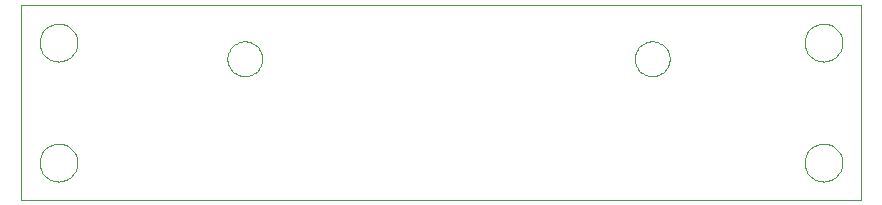
<source format=gm1>
G04 Output by ViewMate Deluxe V11.0.9  PentaLogix LLC*
G04 Sun Jun 01 12:21:21 2014*
%FSLAX33Y33*%
%MOMM*%
%IPPOS*%
%ADD104C,0.0*%

%LPD*%
X0Y0D2*D104*G1X66599Y3429D2*X66604Y3302D1*X66619Y3175*X66645Y3051*X66680Y2929*X66723Y2809*X66777Y2695*X66840Y2583*X66911Y2479*X66992Y2380*X67079Y2286*X67173Y2200*X67274Y2123*X67381Y2055*X67493Y1994*X67610Y1941*X67729Y1900*X67851Y1867*X67978Y1844*X68102Y1831*X68232Y1829*X68359Y1836*X68483Y1854*X68608Y1882*X68730Y1920*X68847Y1966*X68961Y2022*X69070Y2088*X69174Y2162*X69273Y2243*X69365Y2332*X69446Y2428*X69522Y2530*X69591Y2639*X69649Y2751*X69698Y2868*X69738Y2990*X69769Y3114*X69789Y3238*X69799Y3366*X69799Y3492*X69789Y3620*X69769Y3744*X69738Y3868*X69698Y3990*X69649Y4107*X69591Y4219*X69522Y4328*X69446Y4430*X69365Y4526*X69273Y4615*X69174Y4696*X69070Y4770*X68961Y4836*X68847Y4892*X68730Y4938*X68608Y4976*X68483Y5004*X68359Y5022*X68232Y5029*X68102Y5027*X67978Y5014*X67851Y4991*X67729Y4958*X67610Y4917*X67493Y4864*X67381Y4803*X67274Y4735*X67173Y4658*X67079Y4572*X66992Y4478*X66911Y4379*X66840Y4275*X66777Y4163*X66723Y4049*X66680Y3929*X66645Y3807*X66619Y3683*X66604Y3556*X66599Y3429*X66599Y13589D2*X66604Y13462D1*X66619Y13335*X66645Y13211*X66680Y13089*X66723Y12969*X66777Y12855*X66840Y12743*X66911Y12639*X66992Y12540*X67079Y12446*X67173Y12360*X67274Y12283*X67381Y12215*X67493Y12154*X67610Y12101*X67729Y12060*X67851Y12027*X67978Y12004*X68102Y11991*X68232Y11989*X68359Y11996*X68483Y12014*X68608Y12042*X68730Y12080*X68847Y12126*X68961Y12182*X69070Y12248*X69174Y12322*X69273Y12403*X69365Y12492*X69446Y12588*X69522Y12690*X69591Y12799*X69649Y12911*X69698Y13028*X69738Y13150*X69769Y13274*X69789Y13398*X69799Y13526*X69799Y13652*X69789Y13780*X69769Y13904*X69738Y14028*X69698Y14150*X69649Y14267*X69591Y14379*X69522Y14488*X69446Y14590*X69365Y14686*X69273Y14775*X69174Y14856*X69070Y14930*X68961Y14996*X68847Y15052*X68730Y15098*X68608Y15136*X68483Y15164*X68359Y15182*X68232Y15189*X68102Y15187*X67978Y15174*X67851Y15151*X67729Y15118*X67610Y15077*X67493Y15024*X67381Y14963*X67274Y14895*X67173Y14818*X67079Y14732*X66992Y14638*X66911Y14539*X66840Y14435*X66777Y14323*X66723Y14209*X66680Y14089*X66645Y13967*X66619Y13843*X66604Y13716*X66599Y13589*X52222Y12217D2*X52227Y12095D1*X52243Y11976*X52268Y11857*X52301Y11740*X52347Y11626*X52400Y11516*X52461Y11412*X52532Y11313*X52611Y11219*X52697Y11133*X52791Y11054*X52890Y10983*X52995Y10922*X53104Y10869*X53218Y10823*X53335Y10790*X53454Y10765*X53574Y10749*X53696Y10744*X53818Y10749*X53937Y10765*X54056Y10790*X54173Y10823*X54287Y10869*X54397Y10922*X54501Y10983*X54600Y11054*X54694Y11133*X54780Y11219*X54859Y11313*X54930Y11412*X54991Y11516*X55044Y11626*X55090Y11740*X55123Y11857*X55148Y11976*X55164Y12095*X55169Y12217*X55164Y12339*X55148Y12459*X55123Y12578*X55090Y12695*X55044Y12809*X54991Y12918*X54930Y13023*X54859Y13122*X54780Y13216*X54694Y13302*X54600Y13381*X54501Y13452*X54397Y13513*X54287Y13566*X54173Y13612*X54056Y13645*X53937Y13670*X53818Y13686*X53696Y13691*X53574Y13686*X53454Y13670*X53335Y13645*X53218Y13612*X53104Y13566*X52995Y13513*X52890Y13452*X52791Y13381*X52697Y13302*X52611Y13216*X52532Y13122*X52461Y13023*X52400Y12918*X52347Y12809*X52301Y12695*X52268Y12578*X52243Y12459*X52227Y12339*X52222Y12217*X1829Y13589D2*X1834Y13462D1*X1849Y13335*X1875Y13211*X1910Y13089*X1953Y12969*X2007Y12855*X2070Y12743*X2141Y12639*X2222Y12540*X2309Y12446*X2403Y12360*X2504Y12283*X2611Y12215*X2723Y12154*X2840Y12101*X2959Y12060*X3081Y12027*X3208Y12004*X3332Y11991*X3462Y11989*X3589Y11996*X3713Y12014*X3838Y12042*X3960Y12080*X4077Y12126*X4191Y12182*X4300Y12248*X4404Y12322*X4503Y12403*X4595Y12492*X4676Y12588*X4752Y12690*X4821Y12799*X4879Y12911*X4928Y13028*X4968Y13150*X4999Y13274*X5019Y13398*X5029Y13526*X5029Y13652*X5019Y13780*X4999Y13904*X4968Y14028*X4928Y14150*X4879Y14267*X4821Y14379*X4752Y14488*X4676Y14590*X4595Y14686*X4503Y14775*X4404Y14856*X4300Y14930*X4191Y14996*X4077Y15052*X3960Y15098*X3838Y15136*X3713Y15164*X3589Y15182*X3462Y15189*X3332Y15187*X3208Y15174*X3081Y15151*X2959Y15118*X2840Y15077*X2723Y15024*X2611Y14963*X2504Y14895*X2403Y14818*X2309Y14732*X2222Y14638*X2141Y14539*X2070Y14435*X2007Y14323*X1953Y14209*X1910Y14089*X1875Y13967*X1849Y13843*X1834Y13716*X1829Y13589*X17729Y12217D2*X17734Y12095D1*X17750Y11976*X17775Y11857*X17808Y11740*X17854Y11626*X17907Y11516*X17968Y11412*X18039Y11313*X18118Y11219*X18204Y11133*X18298Y11054*X18397Y10983*X18501Y10922*X18611Y10869*X18725Y10823*X18842Y10790*X18961Y10765*X19080Y10749*X19202Y10744*X19324Y10749*X19444Y10765*X19563Y10790*X19680Y10823*X19794Y10869*X19903Y10922*X20008Y10983*X20107Y11054*X20201Y11133*X20287Y11219*X20366Y11313*X20437Y11412*X20498Y11516*X20551Y11626*X20597Y11740*X20630Y11857*X20655Y11976*X20671Y12095*X20676Y12217*X20671Y12339*X20655Y12459*X20630Y12578*X20597Y12695*X20551Y12809*X20498Y12918*X20437Y13023*X20366Y13122*X20287Y13216*X20201Y13302*X20107Y13381*X20008Y13452*X19903Y13513*X19794Y13566*X19680Y13612*X19563Y13645*X19444Y13670*X19324Y13686*X19202Y13691*X19080Y13686*X18961Y13670*X18842Y13645*X18725Y13612*X18611Y13566*X18501Y13513*X18397Y13452*X18298Y13381*X18204Y13302*X18118Y13216*X18039Y13122*X17968Y13023*X17907Y12918*X17854Y12809*X17808Y12695*X17775Y12578*X17750Y12459*X17734Y12339*X17729Y12217*X1829Y3429D2*X1834Y3302D1*X1849Y3175*X1875Y3051*X1910Y2929*X1953Y2809*X2007Y2695*X2070Y2583*X2141Y2479*X2222Y2380*X2309Y2286*X2403Y2200*X2504Y2123*X2611Y2055*X2723Y1994*X2840Y1941*X2959Y1900*X3081Y1867*X3208Y1844*X3332Y1831*X3462Y1829*X3589Y1836*X3713Y1854*X3838Y1882*X3960Y1920*X4077Y1966*X4191Y2022*X4300Y2088*X4404Y2162*X4503Y2243*X4595Y2332*X4676Y2428*X4752Y2530*X4821Y2639*X4879Y2751*X4928Y2868*X4968Y2990*X4999Y3114*X5019Y3238*X5029Y3366*X5029Y3492*X5019Y3620*X4999Y3744*X4968Y3868*X4928Y3990*X4879Y4107*X4821Y4219*X4752Y4328*X4676Y4430*X4595Y4526*X4503Y4615*X4404Y4696*X4300Y4770*X4191Y4836*X4077Y4892*X3960Y4938*X3838Y4976*X3713Y5004*X3589Y5022*X3462Y5029*X3332Y5027*X3208Y5014*X3081Y4991*X2959Y4958*X2840Y4917*X2723Y4864*X2611Y4803*X2504Y4735*X2403Y4658*X2309Y4572*X2222Y4478*X2141Y4379*X2070Y4275*X2007Y4163*X1953Y4049*X1910Y3929*X1875Y3807*X1849Y3683*X1834Y3556*X1829Y3429*X254Y254D2*X71374Y254D1*X71374Y16764*X254Y16764*X254Y254*X0Y0D2*M02*
</source>
